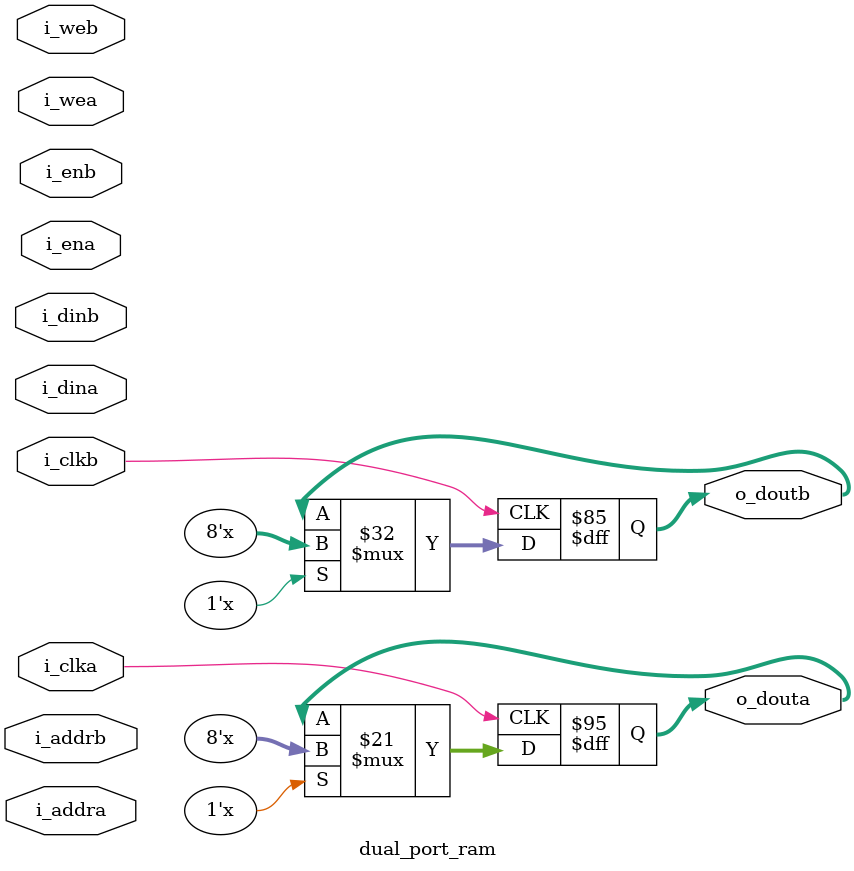
<source format=sv>
/*

       ******************* Dual Port RAM ********************

 Inputs :    1 set --> Parameterized bit i_dina, Parameterized bit i_addra, i_ena, i_wea
             2 set --> Parameterized bit i_dinb, Parameterized bit i_addrb, i_enb, i_web

 Outputs :   1 set --> Parameterized bit o_douta
             2 set --> Parameterized bit o_doutb


       -------------------  General Operation ---------------

  1.This module implements a dual-port RAM that allows simultaneous read and write operations from two independent ports (Port A and Port B).

  2.The module uses parameters to configure the address and data bus widths, as well as the read and write latencies.

  3. When the i_ena , i_enb and the i_wea, i_web, is high the write operations wil be fallowed 

  4. When the i_ena , i_enb  is hign and the i_wea, i_web, is low the read operations wil be fallowed  

  5. The module ensures that only one write operation can occur on the same address at a given time, even from different ports.

  6.  The read operation from each port outputs the data from the memory with the specified read latency.

       ------------------- Latency Operation  ---------------

  1. Read and Write Latency  operation is produced by using the Parametarized Shift Registers in this Code
  
  2. Internal registers are used to pipeline the data and handle the read and write latencies. 
 
*/

module dual_port_ram # (parameter ADDR_WIDTH = 3 ,DATA_WIDTH =8, READ_LATENCY =1 ,WRITE_LATENCY =1 )(
 
  input         [DATA_WIDTH-1:0] i_dina,
  input         [ADDR_WIDTH-1:0] i_addra,
  input                          i_ena,
  input                          i_clka , 
  input                          i_wea,
  input         [DATA_WIDTH-1:0] i_dinb,
  input         [ADDR_WIDTH-1:0] i_addrb,
  input                          i_enb,
  input                          i_clkb,
  input                          i_web,
  output logic  [DATA_WIDTH-1:0] o_douta,
  output logic  [DATA_WIDTH-1:0] o_doutb
   
 );
  // Declaring the Memory size to the Parameterized size

  reg [DATA_WIDTH-1:0]  mem [2** ADDR_WIDTH -1:0]; 
  

  
  // Declaring internal register for a to create the delay for the read and write latency

  reg [DATA_WIDTH-1:0] q_a_reg [READ_LATENCY-1:0]; 

  reg [DATA_WIDTH-1:0] q_a_reg_addr [WRITE_LATENCY-1:0]; 
  
  reg [DATA_WIDTH-1:0] q_a_reg_data [WRITE_LATENCY-1:0]; 
   
  reg [1:0] q_a_reg_enable [WRITE_LATENCY-1:0];
  
  reg [1:0] q_a_reg_write  [WRITE_LATENCY-1:0];

 // Declaring internal register for B to create the delay for the read and write latency

  reg [DATA_WIDTH-1:0] q_b_reg [READ_LATENCY-1:0]; 

  reg [DATA_WIDTH-1:0] q_b_reg_addr [WRITE_LATENCY-1:0]; 
  
  reg [DATA_WIDTH-1:0] q_b_reg_data [WRITE_LATENCY-1:0]; 
   
  reg [1:0] q_b_reg_enable [WRITE_LATENCY-1:0];
  
  reg [1:0] q_b_reg_write  [WRITE_LATENCY-1:0];

 
  // Declaring the counter in order to write to the read signal 

   
   
  
 // logic  for the first port 

  always @(posedge i_clka)
  begin
    if(i_ena)
    begin
      if(i_wea)                          
      begin 
         q_a_reg_addr  [0]   <= i_addra;  //   Capturing Address, Data, and Enable/Write Signals for Write Operation
         q_a_reg_data  [0]   <= i_dina;
         q_a_reg_enable[0]   <= i_ena;
         q_a_reg_write [0]   <= i_wea;
      end
      else
      begin
        q_a_reg[0]          <=  mem[i_addra];//   Capturing  Data, and Enable/Write Signals for Read Operation
        q_a_reg_enable[0]   <= i_ena;
        q_a_reg_write [0]   <= i_wea;
      end 
    end
    else
    begin
       q_a_reg_enable[0]   <= i_ena;
       q_a_reg_write [0]   <= i_wea;  
    end 
  end

 // Port A write logic with added latency by using parameterized Shift registers

  always @( posedge i_clka ) 
  begin
    for (int i = 1; i < WRITE_LATENCY-1; i++)
    begin
      q_a_reg_addr[i]     <= q_a_reg_addr[i-1];
      q_a_reg_data[i]     <= q_a_reg_data[i-1];
      q_a_reg_enable[i]   <= q_a_reg_enable[i-1] ;
      q_a_reg_write [i]   <= q_a_reg_write [i-1] ;   
    end
      mem [ q_a_reg_addr[WRITE_LATENCY-2] ] <= (q_a_reg_enable[WRITE_LATENCY-2]==1'b1 && q_a_reg_write[WRITE_LATENCY-2]==1'b1 )? q_a_reg_data[WRITE_LATENCY-2]: mem [ q_a_reg_addr[WRITE_LATENCY-2] ];   
  end


  

// Port A read logic with the added Latency by by using parameterized Shift registers

always @( posedge i_clka ) 
begin 
  for (int i = 1; i < READ_LATENCY-1; i++)
  begin
    q_a_reg[i]          <= q_a_reg[i-1];
    q_a_reg_enable[i]   <= q_a_reg_enable[i-1] ;
   q_a_reg_write [i]    <= q_a_reg_write [i-1] ;   


  end
    o_douta    <=  (q_a_reg_enable[READ_LATENCY-2]==1'b1 && q_a_reg_write[READ_LATENCY-2]==1'b0 )? q_a_reg[READ_LATENCY-2] :o_douta ;
end



//Logic for the second port B 

    always @(posedge i_clkb)
  begin
    if(i_enb)
    begin
      if(i_web)
      begin
         q_b_reg_addr  [0]   <= i_addrb;
         q_b_reg_data  [0]   <= i_dinb;
         q_b_reg_enable[0]   <= i_enb;
         q_b_reg_write [0]   <= i_web;
      end
      else
      begin
        q_b_reg[0]          <=  mem[i_addrb];
        q_b_reg_enable[0]   <= i_enb;
        q_b_reg_write [0]   <= i_web;
      end 
    end
    else
   begin
       q_b_reg_enable[0]   <= i_enb;
       q_b_reg_write [0]   <= i_web;  
   end 
  end

 // Port B write logic with added latency by using parameterized Shift registers
 

  always @( posedge i_clkb ) 
  begin
    for (int i = 1; i < WRITE_LATENCY-1; i++)
    begin
      q_b_reg_addr[i]     <= q_b_reg_addr[i-1];
      q_b_reg_data[i]     <= q_b_reg_data[i-1];
      q_b_reg_enable[i]   <= q_b_reg_enable[i-1] ;
      q_b_reg_write [i]   <= q_b_reg_write [i-1] ;   
    end
      mem [ q_b_reg_addr[WRITE_LATENCY-2] ] <= (q_b_reg_enable[WRITE_LATENCY-2]==1'b1 && q_b_reg_write[WRITE_LATENCY-2]==1'b1 )? q_b_reg_data[WRITE_LATENCY-2]: mem [ q_b_reg_addr[WRITE_LATENCY-2] ];   
  end


  

// Port B read logic with the added Latency by using parameterized Shift registers

always @( posedge i_clkb ) 
begin 
  for (int i = 1; i < READ_LATENCY-1; i++)
  begin
    q_b_reg[i]          <= q_b_reg[i-1];
    q_b_reg_enable[i]   <= q_b_reg_enable[i-1] ;
    q_b_reg_write [i]   <= q_b_reg_write [i-1] ;   

  end
    o_doutb    <= (q_b_reg_enable[READ_LATENCY-2]==1'b1 && q_b_reg_write[READ_LATENCY-2]==1'b0 )? q_b_reg[READ_LATENCY-2] :o_doutb ;
end


endmodule


  






</source>
